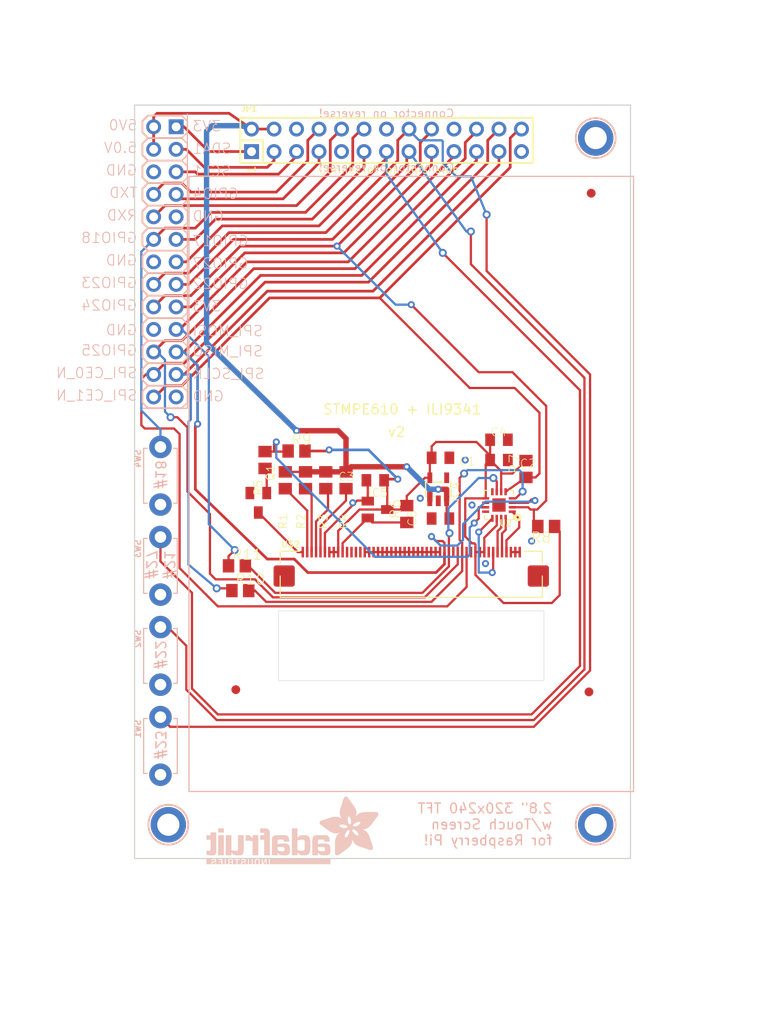
<source format=kicad_pcb>
(kicad_pcb (version 20211014) (generator pcbnew)
  (layers (0 "F.Cu" signal) (1 "In1.Cu" signal) (2 "In2.Cu" signal) (3 "In3.Cu" signal) (4 "In4.Cu" signal) (5 "In5.Cu" signal) (6 "In6.Cu" signal) (7 "In7.Cu" signal) (8 "In8.Cu" signal) (9 "In9.Cu" signal) (10 "In10.Cu" signal) (11 "In11.Cu" signal) (12 "In12.Cu" signal) (13 "In13.Cu" signal) (14 "In14.Cu" signal) (31 "B.Cu" signal) (34 "B.Paste" user) (35 "F.Paste" user) (36 "B.SilkS" user "B.Silkscreen") (37 "F.SilkS" user "F.Silkscreen") (38 "B.Mask" user) (39 "F.Mask" user) (44 "Edge.Cuts" user))
  (net 0 "")
  (net 1 "GND")
  (net 2 "VCC")
  (net 3 "N$16")
  (net 4 "+5V")
  (net 5 "MISO")
  (net 6 "N$9")
  (net 7 "N$1")
  (net 8 "N$2")
  (net 9 "N$3")
  (net 10 "N$4")
  (net 11 "N$10")
  (net 12 "MOSI_3V")
  (net 13 "TFT_DC_3V")
  (net 14 "SCLK_3V")
  (net 15 "TFT_CS_3V")
  (net 16 "TFT_RST")
  (net 17 "XL")
  (net 18 "XR")
  (net 19 "YU")
  (net 20 "YD")
  (net 21 "RT_CS_3V")
  (net 22 "N$5")
  (net 23 "RT_INT")
  (net 24 "3.3V")
  (net 25 "N$6")
  (net 26 "N$7")
  (net 27 "N$8")
  (net 28 "N$11")
  (net 29 "N$17")
  (net 30 "N$18")
  (net 31 "SCLK")
  (net 32 "MOSI")
  (net 33 "GPIO23")
  (net 34 "GPIO22")
  (net 35 "GPIO21")
  (net 36 "GPIO18")
  (net 37 "3.3V@2")
  (footprint "boardEagle:C0805K" (layer "F.Cu") (at 161.6491 100.2596)
    (fp_text reference "C4")
    (fp_text value "0.1uF")
  )
  (footprint "boardEagle:C0805K" (layer "F.Cu") (at 155.0451 109.1496 180)
    (fp_text reference "C5")
    (fp_text value "10uF")
  )
  (footprint "boardEagle:QFN16_3MM" (layer "F.Cu") (at 161.6491 107.6256 180)
    (fp_text reference "U2")
    (fp_text value "STMPE610")
  )
  (footprint "boardEagle:R0805" (layer "F.Cu") (at 139.8051 104.8316 -90)
    (fp_text reference "R2")
    (fp_text value "100")
  )
  (footprint "boardEagle:2X13" (layer "F.Cu") (at 148.9491 66.4776)
    (fp_text reference "JP1")
    (fp_text value "")
  )
  (footprint "boardEagle:R0805" (layer "F.Cu") (at 151.2351 108.6416 90)
    (fp_text reference "R6")
    (fp_text value "10K")
  )
  (footprint "boardEagle:R0805" (layer "F.Cu") (at 144.3771 104.8316 -90)
    (fp_text reference "R4")
    (fp_text value "100")
  )
  (footprint "boardEagle:SOT23-BEC" (layer "F.Cu") (at 134.4711 107.3716 180)
    (fp_text reference "Q1")
    (fp_text value "MMBT2222")
  )
  (footprint "boardEagle:R0805" (layer "F.Cu") (at 137.5191 104.8316 -90)
    (fp_text reference "R1")
    (fp_text value "100")
  )
  (footprint "boardEagle:FIDUCIAL_1MM" (layer "F.Cu") (at 131.9311 128.4536 180)
    (fp_text reference "U$11" hide)
    (fp_text value "FIDUCIAL" hide)
  )
  (footprint "boardEagle:C0805K" (layer "F.Cu") (at 155.0451 102.2916)
    (fp_text reference "C1")
    (fp_text value "10uF")
  )
  (footprint "boardEagle:SOT23" (layer "F.Cu") (at 147.9331 108.1336 -90)
    (fp_text reference "IC5")
    (fp_text value "AXP803")
  )
  (footprint "boardEagle:R0805" (layer "F.Cu") (at 132.0581 114.4836)
    (fp_text reference "R11")
    (fp_text value "22")
  )
  (footprint "boardEagle:R0805" (layer "F.Cu") (at 132.4391 117.2776)
    (fp_text reference "R10")
    (fp_text value "22")
  )
  (footprint "boardEagle:SOT23-5L" (layer "F.Cu") (at 154.7911 105.8476)
    (fp_text reference "IC4")
    (fp_text value "MIC5225-3.3")
  )
  (footprint "boardEagle:FIDUCIAL_1MM" (layer "F.Cu") (at 172.0631 72.4466)
    (fp_text reference "U$18" hide)
    (fp_text value "FIDUCIAL" hide)
  )
  (footprint "boardEagle:C0805K" (layer "F.Cu") (at 147.6791 104.8316 180)
    (fp_text reference "C3")
    (fp_text value "0.1uF")
  )
  (footprint "boardEagle:R0805" (layer "F.Cu") (at 166.9831 110.0386 180)
    (fp_text reference "R8")
    (fp_text value "10K")
  )
  (footprint "boardEagle:FIDUCIAL_1MM" (layer "F.Cu") (at 171.8091 128.7076 90)
    (fp_text reference "U$10" hide)
    (fp_text value "FIDUCIAL" hide)
  )
  (footprint "boardEagle:R0805" (layer "F.Cu") (at 138.7891 101.5296)
    (fp_text reference "R9")
    (fp_text value "1K")
  )
  (footprint "boardEagle:C0805K" (layer "F.Cu") (at 161.6491 102.5456)
    (fp_text reference "C2")
    (fp_text value "0.1uF")
  )
  (footprint "boardEagle:R0805" (layer "F.Cu") (at 164.6971 103.5616 90)
    (fp_text reference "R7")
    (fp_text value "10K")
  )
  (footprint "boardEagle:R0805" (layer "F.Cu") (at 135.2331 102.5456 -90)
    (fp_text reference "R5")
    (fp_text value "1K")
  )
  (footprint "boardEagle:R0805" (layer "F.Cu") (at 142.0911 104.8316 -90)
    (fp_text reference "R3")
    (fp_text value "100")
  )
  (footprint "boardEagle:TFT_2.83IN_240X320_50PIN" (layer "B.Cu") (at 151.7431 102.5456 180)
    (fp_text reference "U$2")
    (fp_text value "DISP_LCD_1.28IN_240X320_50PIN")
  )
  (footprint "boardEagle:TACT_PANA-EVQ" (layer "B.Cu") (at 123.4221 104.3236 -90)
    (fp_text reference "SW4")
    (fp_text value "")
  )
  (footprint "boardEagle:MOUNTINGHOLE_2.5_PLATED_THICK" (layer "B.Cu") (at 124.3111 143.6936 90)
    (fp_text reference "U$15" hide)
    (fp_text value "MOUNTINGHOLE2.5_THICK" hide)
  )
  (footprint "boardEagle:MOUNTINGHOLE_2.5_PLATED_THICK" (layer "B.Cu") (at 172.5711 143.6936 180)
    (fp_text reference "U$17" hide)
    (fp_text value "MOUNTINGHOLE2.5_THICK" hide)
  )
  (footprint "boardEagle:TACT_PANA-EVQ" (layer "B.Cu") (at 123.4221 114.4836 -90)
    (fp_text reference "SW3")
    (fp_text value "")
  )
  (footprint "boardEagle:RASPBERRYPIV2_SHIELD" (layer "B.Cu") (at 120.5011 147.5036 180)
    (fp_text reference "U$3" hide)
    (fp_text value "RASPBERRYPI_B_MODELB_V2" hide)
    (fp_line (start 0 0) (end -56 0) (layer "Edge.Cuts") (width 0.127))
    (fp_line (start 0 85) (end 0 0) (layer "Edge.Cuts") (width 0.127))
    (fp_line (start -56 85) (end 0 85) (layer "Edge.Cuts") (width 0.127))
    (fp_line (start -56 0) (end -56 85) (layer "Edge.Cuts") (width 0.127))
  )
  (footprint "boardEagle:ADAFRUIT_TEXT_20MM" (layer "B.Cu") (at 148.1871 148.1386 180)
    (fp_text reference "U$23" hide)
    (fp_text value "" hide)
  )
  (footprint "boardEagle:TACT_PANA-EVQ" (layer "B.Cu") (at 123.4221 124.6436 -90)
    (fp_text reference "SW2")
    (fp_text value "")
  )
  (footprint "boardEagle:TACT_PANA-EVQ" (layer "B.Cu") (at 123.4221 134.8036 -90)
    (fp_text reference "SW1")
    (fp_text value "")
  )
  (footprint "boardEagle:MOUNTINGHOLE_2.5_PLATED_THICK" (layer "B.Cu") (at 172.5711 66.2236 90)
    (fp_text reference "U$16" hide)
    (fp_text value "MOUNTINGHOLE2.5_THICK" hide)
  )
  (gr_line (start 136.7571 119.5636) (end 136.7571 127.4376) (layer "Edge.Cuts") (width 0.05))
  (gr_line (start 166.7291 119.5636) (end 136.7571 119.5636) (layer "Edge.Cuts") (width 0.05))
  (gr_line (start 136.7571 127.4376) (end 166.7291 127.4376) (layer "Edge.Cuts") (width 0.05))
  (gr_line (start 166.7291 127.4376) (end 166.7291 119.5636) (layer "Edge.Cuts") (width 0.05))
  (gr_text "#18" (at 123.4221 104.1966 -90) (layer "B.SilkS") (effects (font (size 1.1176 1.1176) (thickness 0.1524)) (justify mirror)))
  (gr_text "2.8\" 320x240 TFT\nw/Touch Screen\nfor Raspberry Pi!" (at 167.7451 146.1066) (layer "B.SilkS") (effects (font (size 1.1176 1.1176) (thickness 0.1524)) (justify left bottom mirror)))
  (gr_text "#27" (at 122.4061 114.3566 -90) (layer "B.SilkS") (effects (font (size 1.1176 1.1176) (thickness 0.1524)) (justify mirror)))
  (gr_text "#23" (at 123.4221 134.6766 -90) (layer "B.SilkS") (effects (font (size 1.1176 1.1176) (thickness 0.1524)) (justify mirror)))
  (gr_text "Connector on reverse!" (at 148.9491 63.4296) (layer "B.SilkS") (effects (font (size 0.9144 0.9144) (thickness 0.1016)) (justify mirror)))
  (gr_text "#22" (at 123.4221 124.5166 -90) (layer "B.SilkS") (effects (font (size 1.1176 1.1176) (thickness 0.1524)) (justify mirror)))
  (gr_text "Connector on reverse!" (at 148.9491 69.5256) (layer "B.SilkS") (effects (font (size 0.9144 0.9144) (thickness 0.1016)) (justify mirror)))
  (gr_text "#21" (at 124.4381 114.3566 -90) (layer "B.SilkS") (effects (font (size 1.1176 1.1176) (thickness 0.1524)) (justify mirror)))
  (gr_text "STMPE610 + ILI9341" (at 150.7271 96.8306) (layer "F.SilkS") (effects (font (size 1.1176 1.1176) (thickness 0.1524))))
  (gr_text "Connector on this side" (at 149.2031 69.7796) (layer "F.SilkS") (effects (font (size 0.9144 0.9144) (thickness 0.1016))))
  (gr_text "v2" (at 150.0921 99.3706) (layer "F.SilkS") (effects (font (size 1.1176 1.1176) (thickness 0.1524))))
  (gr_text "1" (at 134.2171 70.2876 90) (layer "F.SilkS") (effects (font (size 0.89408 0.89408) (thickness 0.12192)) (justify left bottom)))
  (segment (start 146.8331 107.1836) (end 146.8331 104.8316) (width 0.254) (layer "F.Cu") (net 1))
  (segment (start 141.9931 110.7716) (end 145.6471 107.1176) (width 0.254) (layer "F.Cu") (net 1))
  (segment (start 163.4931 112.9356) (end 162.9931 112.9356) (width 0.254) (layer "F.Cu") (net 1))
  (segment (start 141.9931 112.9356) (end 141.9931 110.7716) (width 0.254) (layer "F.Cu") (net 1))
  (segment (start 163.4931 112.9356) (end 163.9931 112.9356) (width 0.254) (layer "F.Cu") (net 1))
  (segment (start 146.8331 104.8316) (end 146.6791 104.8316) (width 0.254) (layer "F.Cu") (net 1))
  (segment (start 146.7671 107.1176) (end 146.8331 107.1836) (width 0.254) (layer "F.Cu") (net 1))
  (segment (start 145.6471 107.1176) (end 146.7671 107.1176) (width 0.254) (layer "F.Cu") (net 1))
  (via (at 160.1251 114.2296) (size 0.8001) (drill 0.3937) (layers "F.Cu" "B.Cu") (net 1))
  (via (at 158.6011 107.6256) (size 0.8001) (drill 0.3937) (layers "F.Cu" "B.Cu") (net 1))
  (via (at 145.1391 107.3716) (size 0.8001) (drill 0.3937) (layers "F.Cu" "B.Cu") (net 1))
  (via (at 157.8391 102.5456) (size 0.8001) (drill 0.3937) (layers "F.Cu" "B.Cu") (net 1))
  (via (at 152.7591 106.8636) (size 0.8001) (drill 0.3937) (layers "F.Cu" "B.Cu") (net 1))
  (via (at 165.3321 111.6896) (size 0.8001) (drill 0.3937) (layers "F.Cu" "B.Cu") (net 1))
  (segment (start 160.6491 100.2596) (end 160.6491 102.5456) (width 0.254) (layer "F.Cu") (net 2))
  (segment (start 160.6491 102.0536) (end 160.6491 102.5456) (width 0.254) (layer "F.Cu") (net 2))
  (segment (start 167.9331 110.0386) (end 168.5071 110.6126) (width 0.254) (layer "F.Cu") (net 2))
  (segment (start 158.9931 115.5106) (end 158.9931 112.9356) (width 0.254) (layer "F.Cu") (net 2))
  (segment (start 149.0331 104.8316) (end 148.6791 104.8316) (width 0.254) (layer "F.Cu") (net 2))
  (segment (start 153.8411 104.5476) (end 153.2971 104.5476) (width 0.254) (layer "F.Cu") (net 2))
  (segment (start 145.9011 108.1336) (end 149.0331 108.1336) (width 0.254) (layer "F.Cu") (net 2))
  (segment (start 154.0451 102.2916) (end 154.0451 101.0056) (width 0.254) (layer "F.Cu") (net 2))
  (segment (start 139.7391 101.5296) (end 142.3451 101.5296) (width 0.3048) (layer "F.Cu") (net 2))
  (segment (start 161.3951 109.9116) (end 161.3951 109.1296) (width 0.254) (layer "F.Cu") (net 2))
  (segment (start 159.9931 111.3136) (end 161.3951 109.9116) (width 0.254) (layer "F.Cu") (net 2))
  (segment (start 159.1091 100.5136) (end 160.6491 102.0536) (width 0.254) (layer "F.Cu") (net 2))
  (segment (start 164.6971 102.6116) (end 164.6311 102.6116) (width 0.254) (layer "F.Cu") (net 2))
  (segment (start 168.5071 110.6126) (end 168.5071 117.7856) (width 0.254) (layer "F.Cu") (net 2))
  (segment (start 158.6011 111.9436) (end 158.8551 111.9436) (width 0.254) (layer "F.Cu") (net 2))
  (segment (start 150.2191 104.7046) (end 148.8061 104.7046) (width 0.3048) (layer "F.Cu") (net 2))
  (segment (start 168.5071 117.7856) (end 167.6181 118.6746) (width 0.254) (layer "F.Cu") (net 2))
  (segment (start 163.1731 104.0696) (end 161.8991 104.0696) (width 0.254) (layer "F.Cu") (net 2))
  (segment (start 159.9931 112.9356) (end 159.9931 111.3136) (width 0.254) (layer "F.Cu") (net 2))
  (segment (start 154.5371 100.5136) (end 159.1091 100.5136) (width 0.254) (layer "F.Cu") (net 2))
  (segment (start 158.8551 111.9436) (end 158.9931 112.0816) (width 0.254) (layer "F.Cu") (net 2))
  (segment (start 159.9931 112.9356) (end 159.4931 112.9356) (width 0.254) (layer "F.Cu") (net 2))
  (segment (start 161.8991 106.1256) (end 161.8991 104.0696) (width 0.254) (layer "F.Cu") (net 2))
  (segment (start 157.8391 106.8756) (end 157.8391 111.1816) (width 0.254) (layer "F.Cu") (net 2))
  (segment (start 161.8991 103.7956) (end 160.6491 102.5456) (width 0.254) (layer "F.Cu") (net 2))
  (segment (start 154.0451 101.0056) (end 154.5371 100.5136) (width 0.254) (layer "F.Cu") (net 2))
  (segment (start 158.9931 112.9356) (end 159.4931 112.9356) (width 0.254) (layer "F.Cu") (net 2))
  (segment (start 153.2971 104.5476) (end 151.2351 106.6096) (width 0.254) (layer "F.Cu") (net 2))
  (segment (start 157.8391 111.1816) (end 158.6011 111.9436) (width 0.254) (layer "F.Cu") (net 2))
  (segment (start 162.1571 118.6746) (end 158.9931 115.5106) (width 0.254) (layer "F.Cu") (net 2))
  (segment (start 167.6181 118.6746) (end 162.1571 118.6746) (width 0.254) (layer "F.Cu") (net 2))
  (segment (start 153.8411 102.4956) (end 154.0451 102.2916) (width 0.254) (layer "F.Cu") (net 2))
  (segment (start 143.4931 110.5416) (end 145.9011 108.1336) (width 0.254) (layer "F.Cu") (net 2))
  (segment (start 160.1491 106.8756) (end 157.8391 106.8756) (width 0.254) (layer "F.Cu") (net 2))
  (segment (start 148.8061 104.7046) (end 148.6791 104.8316) (width 0.3048) (layer "F.Cu") (net 2))
  (segment (start 151.2351 106.6096) (end 151.2351 107.6916) (width 0.254) (layer "F.Cu") (net 2))
  (segment (start 161.8991 104.0696) (end 161.8991 103.7956) (width 0.254) (layer "F.Cu") (net 2))
  (segment (start 142.3451 101.5296) (end 142.4721 101.4026) (width 0.3048) (layer "F.Cu") (net 2))
  (segment (start 149.0331 108.1336) (end 149.0331 104.8316) (width 0.254) (layer "F.Cu") (net 2))
  (segment (start 161.3951 109.1296) (end 161.3991 109.1256) (width 0.254) (layer "F.Cu") (net 2))
  (segment (start 143.4931 112.9356) (end 143.4931 110.5416) (width 0.254) (layer "F.Cu") (net 2))
  (segment (start 160.1491 103.0456) (end 160.6491 102.5456) (width 0.254) (layer "F.Cu") (net 2))
  (segment (start 151.2351 107.6916) (end 150.7931 108.1336) (width 0.254) (layer "F.Cu") (net 2))
  (segment (start 142.4931 112.9356) (end 142.9931 112.9356) (width 0.254) (layer "F.Cu") (net 2))
  (segment (start 153.8411 104.5476) (end 153.8411 102.4956) (width 0.254) (layer "F.Cu") (net 2))
  (segment (start 164.6311 102.6116) (end 163.1731 104.0696) (width 0.254) (layer "F.Cu") (net 2))
  (segment (start 158.9931 112.0816) (end 158.9931 112.9356) (width 0.254) (layer "F.Cu") (net 2))
  (segment (start 160.1491 106.8756) (end 160.1491 103.0456) (width 0.254) (layer "F.Cu") (net 2))
  (segment (start 150.7931 108.1336) (end 149.0331 108.1336) (width 0.254) (layer "F.Cu") (net 2))
  (segment (start 142.9931 112.9356) (end 143.4931 112.9356) (width 0.254) (layer "F.Cu") (net 2))
  (via (at 150.2191 104.7046) (size 0.8001) (drill 0.3937) (layers "F.Cu" "B.Cu") (net 2))
  (via (at 142.4721 101.4026) (size 0.8001) (drill 0.3937) (layers "F.Cu" "B.Cu") (net 2))
  (segment (start 146.9171 101.4026) (end 150.2191 104.7046) (width 0.3048) (layer "B.Cu") (net 2))
  (segment (start 142.4721 101.4026) (end 146.9171 101.4026) (width 0.3048) (layer "B.Cu") (net 2))
  (segment (start 135.4211 103.6836) (end 135.2331 103.4956) (width 0.254) (layer "F.Cu") (net 3))
  (segment (start 135.4211 106.2716) (end 135.4211 103.6836) (width 0.254) (layer "F.Cu") (net 3))
  (segment (start 153.8411 107.1476) (end 153.8411 105.8476) (width 0.6096) (layer "F.Cu") (net 4))
  (segment (start 153.8411 105.8476) (end 154.7911 105.8476) (width 0.6096) (layer "F.Cu") (net 4))
  (segment (start 123.0411 63.4296) (end 131.1691 63.4296) (width 0.3048) (layer "F.Cu") (net 4))
  (segment (start 156.0451 109.1496) (end 155.7411 108.8456) (width 0.254) (layer "F.Cu") (net 4))
  (segment (start 139.8051 103.8816) (end 142.0911 103.8816) (width 0.6096) (layer "F.Cu") (net 4))
  (segment (start 122.6531 67.4936) (end 122.6531 63.8176) (width 0.3048) (layer "F.Cu") (net 4))
  (segment (start 137.5191 103.8816) (end 139.8051 103.8816) (width 0.254) (layer "F.Cu") (net 4))
  (segment (start 139.7391 103.8156) (end 139.8051 103.8816) (width 0.254) (layer "F.Cu") (net 4))
  (segment (start 155.7411 105.8476) (end 155.7411 107.1476) (width 0.6096) (layer "F.Cu") (net 4))
  (segment (start 144.3771 100.1326) (end 144.3771 103.8816) (width 0.6096) (layer "F.Cu") (net 4))
  (segment (start 143.4881 99.2436) (end 144.3771 100.1326) (width 0.6096) (layer "F.Cu") (net 4))
  (segment (start 131.1691 63.4296) (end 133.7091 65.2076) (width 0.3048) (layer "F.Cu") (net 4))
  (segment (start 142.0911 103.8816) (end 144.3771 103.8816) (width 0.6096) (layer "F.Cu") (net 4))
  (segment (start 155.7411 108.8456) (end 155.7411 107.1476) (width 0.254) (layer "F.Cu") (net 4))
  (segment (start 154.7911 105.8476) (end 155.7411 105.8476) (width 0.6096) (layer "F.Cu") (net 4))
  (segment (start 133.7091 65.2076) (end 136.2491 65.2076) (width 0.3048) (layer "F.Cu") (net 4))
  (segment (start 138.7891 99.2436) (end 143.4881 99.2436) (width 0.6096) (layer "F.Cu") (net 4))
  (segment (start 144.9511 103.3076) (end 151.2351 103.3076) (width 0.6096) (layer "F.Cu") (net 4))
  (segment (start 122.6531 63.8176) (end 123.0411 63.4296) (width 0.3048) (layer "F.Cu") (net 4))
  (segment (start 144.3771 103.8816) (end 144.9511 103.3076) (width 0.6096) (layer "F.Cu") (net 4))
  (segment (start 122.6531 64.9536) (end 122.6531 67.4936) (width 0.3048) (layer "F.Cu") (net 4))
  (via (at 154.7911 105.8476) (size 0.8001) (drill 0.3937) (layers "F.Cu" "B.Cu") (net 4))
  (via (at 138.7891 99.2436) (size 0.8001) (drill 0.3937) (layers "F.Cu" "B.Cu") (net 4))
  (via (at 151.2351 103.3076) (size 0.8001) (drill 0.3937) (layers "F.Cu" "B.Cu") (net 4))
  (segment (start 129.2641 64.8266) (end 132.5661 64.8266) (width 0.6096) (layer "B.Cu") (net 4))
  (segment (start 128.6291 89.3376) (end 128.6291 65.4616) (width 0.6096) (layer "B.Cu") (net 4))
  (segment (start 128.6291 65.4616) (end 129.2641 64.8266) (width 0.6096) (layer "B.Cu") (net 4))
  (segment (start 132.5661 64.8266) (end 133.7091 65.2076) (width 0.6096) (layer "B.Cu") (net 4))
  (segment (start 153.7751 105.8476) (end 154.7911 105.8476) (width 0.6096) (layer "B.Cu") (net 4))
  (segment (start 151.2351 103.3076) (end 153.7751 105.8476) (width 0.6096) (layer "B.Cu") (net 4))
  (segment (start 138.7891 99.2436) (end 128.6291 89.3376) (width 0.6096) (layer "B.Cu") (net 4))
  (segment (start 155.4931 111.8836) (end 155.2991 111.6896) (width 0.254) (layer "F.Cu") (net 5))
  (segment (start 155.2991 111.6896) (end 154.5371 111.6896) (width 0.254) (layer "F.Cu") (net 5))
  (segment (start 126.0891 90.3536) (end 134.7251 81.7176) (width 0.3048) (layer "F.Cu") (net 5))
  (segment (start 165.7131 107.1176) (end 165.3321 106.9906) (width 0.254) (layer "F.Cu") (net 5))
  (segment (start 125.1931 90.3536) (end 126.0891 90.3536) (width 0.3048) (layer "F.Cu") (net 5))
  (segment (start 155.4931 112.9356) (end 155.4931 111.8836) (width 0.254) (layer "F.Cu") (net 5))
  (segment (start 135.4871 113.7216) (end 127.3591 105.8476) (width 0.3048) (layer "F.Cu") (net 5))
  (segment (start 155.4931 114.2896) (end 154.5371 115.2456) (width 0.3048) (layer "F.Cu") (net 5))
  (segment (start 146.1551 81.7176) (end 159.1091 68.7636) (width 0.3048) (layer "F.Cu") (net 5))
  (segment (start 127.3591 105.8476) (end 127.3591 98.7356) (width 0.3048) (layer "F.Cu") (net 5))
  (segment (start 154.5371 115.2456) (end 140.0591 115.2456) (width 0.3048) (layer "F.Cu") (net 5))
  (segment (start 138.5351 113.7216) (end 135.4871 113.7216) (width 0.3048) (layer "F.Cu") (net 5))
  (segment (start 163.1491 107.3756) (end 164.9471 107.3756) (width 0.254) (layer "F.Cu") (net 5))
  (segment (start 140.0591 115.2456) (end 138.5351 113.7216) (width 0.3048) (layer "F.Cu") (net 5))
  (segment (start 164.9471 107.3756) (end 165.3321 106.9906) (width 0.254) (layer "F.Cu") (net 5))
  (segment (start 134.7251 81.7176) (end 146.1551 81.7176) (width 0.3048) (layer "F.Cu") (net 5))
  (segment (start 154.5371 111.6896) (end 154.0291 111.1816) (width 0.254) (layer "F.Cu") (net 5))
  (segment (start 127.3591 98.7356) (end 127.6131 98.4816) (width 0.3048) (layer "F.Cu") (net 5))
  (segment (start 159.1091 68.7636) (end 159.1091 67.7476) (width 0.3048) (layer "F.Cu") (net 5))
  (segment (start 155.4931 112.9356) (end 155.4931 114.2896) (width 0.3048) (layer "F.Cu") (net 5))
  (via (at 165.7131 107.1176) (size 0.8001) (drill 0.3937) (layers "F.Cu" "B.Cu") (net 5))
  (via (at 154.0291 111.1816) (size 0.8001) (drill 0.3937) (layers "F.Cu" "B.Cu") (net 5))
  (via (at 127.6131 98.4816) (size 0.8001) (drill 0.3937) (layers "F.Cu" "B.Cu") (net 5))
  (segment (start 157.5851 109.7846) (end 160.1251 107.2446) (width 0.254) (layer "B.Cu") (net 5))
  (segment (start 154.0291 111.1816) (end 155.0451 112.1976) (width 0.254) (layer "B.Cu") (net 5))
  (segment (start 156.9501 112.1976) (end 157.5851 111.5626) (width 0.254) (layer "B.Cu") (net 5))
  (segment (start 127.6131 91.8776) (end 126.0891 90.3536) (width 0.3048) (layer "B.Cu") (net 5))
  (segment (start 126.0891 90.3536) (end 125.1931 90.3536) (width 0.3048) (layer "B.Cu") (net 5))
  (segment (start 165.5861 107.2446) (end 165.7131 107.1176) (width 0.254) (layer "B.Cu") (net 5))
  (segment (start 155.0451 112.1976) (end 156.9501 112.1976) (width 0.254) (layer "B.Cu") (net 5))
  (segment (start 160.1251 107.2446) (end 165.5861 107.2446) (width 0.254) (layer "B.Cu") (net 5))
  (segment (start 157.5851 111.5626) (end 157.5851 109.7846) (width 0.254) (layer "B.Cu") (net 5))
  (segment (start 127.6131 98.4816) (end 127.6131 91.8776) (width 0.3048) (layer "B.Cu") (net 5))
  (segment (start 152.9931 112.9356) (end 152.4931 112.9356) (width 0.254) (layer "F.Cu") (net 6))
  (segment (start 154.4931 112.9356) (end 153.9931 112.9356) (width 0.254) (layer "F.Cu") (net 6))
  (segment (start 154.9931 112.9356) (end 154.4931 112.9356) (width 0.254) (layer "F.Cu") (net 6))
  (segment (start 150.9931 112.9356) (end 151.4931 112.9356) (width 0.254) (layer "F.Cu") (net 6))
  (segment (start 151.9931 112.9356) (end 152.4931 112.9356) (width 0.254) (layer "F.Cu") (net 6))
  (segment (start 146.9931 112.9356) (end 147.4931 112.9356) (width 0.254) (layer "F.Cu") (net 6))
  (segment (start 149.9931 112.9356) (end 150.4931 112.9356) (width 0.254) (layer "F.Cu") (net 6))
  (segment (start 151.4931 112.9356) (end 151.9931 112.9356) (width 0.254) (layer "F.Cu") (net 6))
  (segment (start 149.4931 112.9356) (end 149.9931 112.9356) (width 0.254) (layer "F.Cu") (net 6))
  (segment (start 150.4931 112.9356) (end 150.9931 112.9356) (width 0.254) (layer "F.Cu") (net 6))
  (segment (start 153.4931 112.9356) (end 152.9931 112.9356) (width 0.254) (layer "F.Cu") (net 6))
  (segment (start 153.9931 112.9356) (end 153.4931 112.9356) (width 0.254) (layer "F.Cu") (net 6))
  (segment (start 147.4931 112.9356) (end 147.9931 112.9356) (width 0.254) (layer "F.Cu") (net 6))
  (segment (start 146.4931 112.9356) (end 146.9931 112.9356) (width 0.254) (layer "F.Cu") (net 6))
  (segment (start 148.4931 112.9356) (end 148.9931 112.9356) (width 0.254) (layer "F.Cu") (net 6))
  (segment (start 147.9931 112.9356) (end 148.4931 112.9356) (width 0.254) (layer "F.Cu") (net 6))
  (segment (start 148.9931 112.9356) (end 149.4931 112.9356) (width 0.254) (layer "F.Cu") (net 6))
  (segment (start 139.4931 112.9356) (end 138.9351 112.9356) (width 0.254) (layer "F.Cu") (net 7))
  (segment (start 138.9351 112.9356) (end 134.4711 108.4716) (width 0.254) (layer "F.Cu") (net 7))
  (segment (start 139.9931 112.9356) (end 139.9931 108.2556) (width 0.254) (layer "F.Cu") (net 8))
  (segment (start 139.9931 108.2556) (end 137.5191 105.7816) (width 0.254) (layer "F.Cu") (net 8))
  (segment (start 140.4931 106.4696) (end 139.8051 105.7816) (width 0.254) (layer "F.Cu") (net 9))
  (segment (start 140.4931 112.9356) (end 140.4931 106.4696) (width 0.254) (layer "F.Cu") (net 9))
  (segment (start 142.3451 108.1336) (end 142.3451 106.0356) (width 0.254) (layer "F.Cu") (net 10))
  (segment (start 140.9931 112.9356) (end 140.9931 109.4856) (width 0.254) (layer "F.Cu") (net 10))
  (segment (start 140.9931 109.4856) (end 142.3451 108.1336) (width 0.254) (layer "F.Cu") (net 10))
  (segment (start 142.3451 106.0356) (end 142.0911 105.7816) (width 0.254) (layer "F.Cu") (net 10))
  (segment (start 141.4931 112.9356) (end 141.4931 110.0016) (width 0.254) (layer "F.Cu") (net 11))
  (segment (start 141.4931 110.0016) (end 144.3771 107.1176) (width 0.254) (layer "F.Cu") (net 11))
  (segment (start 144.3771 107.1176) (end 144.3771 105.7816) (width 0.254) (layer "F.Cu") (net 11))
  (segment (start 125.1931 88.2016) (end 133.2011 80.1936) (width 0.3048) (layer "F.Cu") (net 12))
  (segment (start 125.1931 87.8136) (end 125.1931 88.2016) (width 0.3048) (layer "F.Cu") (net 12))
  (segment (start 156.5691 68.2556) (end 156.5691 67.7476) (width 0.3048) (layer "F.Cu") (net 12))
  (segment (start 144.6311 80.1936) (end 156.5691 68.2556) (width 0.3048) (layer "F.Cu") (net 12))
  (segment (start 131.1081 114.4836) (end 131.1081 113.4016) (width 0.254) (layer "F.Cu") (net 12))
  (segment (start 133.2011 80.1936) (end 144.6311 80.1936) (width 0.3048) (layer "F.Cu") (net 12))
  (segment (start 131.1081 113.4016) (end 131.8041 112.7056) (width 0.254) (layer "F.Cu") (net 12))
  (via (at 131.8041 112.7056) (size 0.9064) (drill 0.5) (layers "F.Cu" "B.Cu") (net 12))
  (segment (start 128.8831 90.8616) (end 128.8831 109.7846) (width 0.254) (layer "B.Cu") (net 12))
  (segment (start 125.8351 87.8136) (end 125.1931 87.8136) (width 0.254) (layer "B.Cu") (net 12))
  (segment (start 128.8831 109.7846) (end 131.8041 112.7056) (width 0.254) (layer "B.Cu") (net 12))
  (segment (start 128.8831 90.8616) (end 125.8351 87.8136) (width 0.254) (layer "B.Cu") (net 12))
  (segment (start 129.0101 108.6416) (end 126.4701 106.1016) (width 0.254) (layer "F.Cu") (net 13))
  (segment (start 125.8351 89.0836) (end 133.9631 80.9556) (width 0.3048) (layer "F.Cu") (net 13))
  (segment (start 126.4701 106.1016) (end 126.4701 98.8626) (width 0.254) (layer "F.Cu") (net 13))
  (segment (start 122.6531 90.3536) (end 123.9231 89.0836) (width 0.3048) (layer "F.Cu") (net 13))
  (segment (start 145.3931 80.9556) (end 157.8391 68.5096) (width 0.3048) (layer "F.Cu") (net 13))
  (segment (start 125.3271 97.7196) (end 124.5651 97.7196) (width 0.254) (layer "F.Cu") (net 13))
  (segment (start 134.0901 116.0076) (end 129.6451 116.0076) (width 0.254) (layer "F.Cu") (net 13))
  (segment (start 129.6451 116.0076) (end 129.0101 115.3726) (width 0.254) (layer "F.Cu") (net 13))
  (segment (start 156.9931 112.9356) (end 156.9931 114.3136) (width 0.254) (layer "F.Cu") (net 13))
  (segment (start 133.9631 80.9556) (end 145.3931 80.9556) (width 0.3048) (layer "F.Cu") (net 13))
  (segment (start 123.9231 89.0836) (end 125.8351 89.0836) (width 0.3048) (layer "F.Cu") (net 13))
  (segment (start 136.1221 118.0396) (end 134.0901 116.0076) (width 0.254) (layer "F.Cu") (net 13))
  (segment (start 153.2671 118.0396) (end 136.1221 118.0396) (width 0.254) (layer "F.Cu") (net 13))
  (segment (start 157.8391 68.5096) (end 157.8391 66.7316) (width 0.3048) (layer "F.Cu") (net 13))
  (segment (start 157.8391 66.7316) (end 159.1091 65.4616) (width 0.3048) (layer "F.Cu") (net 13))
  (segment (start 159.1091 65.4616) (end 159.1091 65.2076) (width 0.3048) (layer "F.Cu") (net 13))
  (segment (start 129.0101 115.3726) (end 129.0101 108.6416) (width 0.254) (layer "F.Cu") (net 13))
  (segment (start 126.4701 98.8626) (end 125.3271 97.7196) (width 0.254) (layer "F.Cu") (net 13))
  (segment (start 156.9931 114.3136) (end 153.2671 118.0396) (width 0.254) (layer "F.Cu") (net 13))
  (via (at 124.5651 97.7196) (size 0.9064) (drill 0.5) (layers "F.Cu" "B.Cu") (net 13))
  (segment (start 124.5651 97.7196) (end 123.9301 97.0846) (width 0.254) (layer "B.Cu") (net 13))
  (segment (start 123.0411 90.3536) (end 122.6531 90.3536) (width 0.254) (layer "B.Cu") (net 13))
  (segment (start 123.9301 91.2426) (end 123.0411 90.3536) (width 0.254) (layer "B.Cu") (net 13))
  (segment (start 123.9301 97.0846) (end 123.9301 91.2426) (width 0.254) (layer "B.Cu") (net 13))
  (segment (start 125.1931 92.8936) (end 126.0891 92.8936) (width 0.3048) (layer "F.Cu") (net 14))
  (segment (start 147.4251 83.4956) (end 161.6491 69.2716) (width 0.3048) (layer "F.Cu") (net 14))
  (segment (start 161.6491 69.2716) (end 161.6491 67.7476) (width 0.3048) (layer "F.Cu") (net 14))
  (segment (start 135.4871 83.4956) (end 147.4251 83.4956) (width 0.3048) (layer "F.Cu") (net 14))
  (segment (start 126.0891 92.8936) (end 135.4871 83.4956) (width 0.3048) (layer "F.Cu") (net 14))
  (segment (start 131.3621 117.0236) (end 131.4891 117.2776) (width 0.254) (layer "F.Cu") (net 14))
  (segment (start 131.6161 117.0896) (end 131.4891 117.2776) (width 0.254) (layer "F.Cu") (net 14))
  (segment (start 129.7721 117.0236) (end 131.3621 117.0236) (width 0.254) (layer "F.Cu") (net 14))
  (via (at 129.7721 117.0236) (size 0.9064) (drill 0.5) (layers "F.Cu" "B.Cu") (net 14))
  (segment (start 126.5971 114.3566) (end 129.7721 117.0236) (width 0.254) (layer "B.Cu") (net 14))
  (segment (start 126.8511 97.9736) (end 126.5971 98.2276) (width 0.254) (layer "B.Cu") (net 14))
  (segment (start 126.5971 98.2276) (end 126.5971 114.3566) (width 0.254) (layer "B.Cu") (net 14))
  (segment (start 126.8511 97.9736) (end 126.8511 92.8936) (width 0.254) (layer "B.Cu") (net 14))
  (segment (start 126.8511 92.8936) (end 125.1931 92.8936) (width 0.254) (layer "B.Cu") (net 14))
  (segment (start 122.6531 92.8936) (end 123.9231 91.6236) (width 0.3048) (layer "F.Cu") (net 15))
  (segment (start 123.9231 91.6236) (end 126.0891 91.6236) (width 0.3048) (layer "F.Cu") (net 15))
  (segment (start 121.2631 93.4016) (end 121.2631 98.6086) (width 0.254) (layer "F.Cu") (net 15))
  (segment (start 121.2631 98.6086) (end 121.6441 98.9896) (width 0.254) (layer "F.Cu") (net 15))
  (segment (start 121.7711 92.8936) (end 122.6531 92.8936) (width 0.254) (layer "F.Cu") (net 15))
  (segment (start 146.9171 82.4796) (end 160.3791 69.0176) (width 0.3048) (layer "F.Cu") (net 15))
  (segment (start 121.2631 93.4016) (end 121.7711 92.8936) (width 0.254) (layer "F.Cu") (net 15))
  (segment (start 125.5811 99.6246) (end 125.5811 114.7376) (width 0.254) (layer "F.Cu") (net 15))
  (segment (start 157.9931 116.8696) (end 155.8071 119.0556) (width 0.254) (layer "F.Cu") (net 15))
  (segment (start 155.8071 119.0556) (end 129.8991 119.0556) (width 0.254) (layer "F.Cu") (net 15))
  (segment (start 121.6441 98.9896) (end 124.9461 98.9896) (width 0.254) (layer "F.Cu") (net 15))
  (segment (start 125.5811 114.7376) (end 129.8991 119.0556) (width 0.254) (layer "F.Cu") (net 15))
  (segment (start 135.2331 82.4796) (end 146.9171 82.4796) (width 0.3048) (layer "F.Cu") (net 15))
  (segment (start 157.9931 112.9356) (end 157.9931 116.8696) (width 0.254) (layer "F.Cu") (net 15))
  (segment (start 160.3791 66.4776) (end 161.6491 65.2076) (width 0.3048) (layer "F.Cu") (net 15))
  (segment (start 160.3791 69.0176) (end 160.3791 66.4776) (width 0.3048) (layer "F.Cu") (net 15))
  (segment (start 126.0891 91.6236) (end 135.2331 82.4796) (width 0.3048) (layer "F.Cu") (net 15))
  (segment (start 124.9461 98.9896) (end 125.5811 99.6246) (width 0.254) (layer "F.Cu") (net 15))
  (segment (start 143.9931 111.9236) (end 146.8331 109.0836) (width 0.254) (layer "F.Cu") (net 16))
  (segment (start 147.3411 109.5916) (end 151.2351 109.5916) (width 0.254) (layer "F.Cu") (net 16))
  (segment (start 146.8331 109.0836) (end 147.3411 109.5916) (width 0.254) (layer "F.Cu") (net 16))
  (segment (start 143.9931 112.9356) (end 143.9931 111.9236) (width 0.254) (layer "F.Cu") (net 16))
  (segment (start 161.9931 110.8376) (end 162.4111 110.4196) (width 0.254) (layer "F.Cu") (net 17))
  (segment (start 162.4111 110.4196) (end 162.4111 109.1376) (width 0.254) (layer "F.Cu") (net 17))
  (segment (start 161.9931 112.9356) (end 161.9931 110.8376) (width 0.254) (layer "F.Cu") (net 17))
  (segment (start 162.4111 109.1376) (end 162.3991 109.1256) (width 0.254) (layer "F.Cu") (net 17))
  (segment (start 160.9931 115.1396) (end 160.9931 112.9356) (width 0.254) (layer "F.Cu") (net 18))
  (segment (start 160.8991 109.1256) (end 160.6571 109.3796) (width 0.254) (layer "F.Cu") (net 18))
  (segment (start 160.6571 109.3796) (end 159.3631 110.6736) (width 0.254) (layer "F.Cu") (net 18))
  (segment (start 160.8871 115.2456) (end 160.9931 115.1396) (width 0.254) (layer "F.Cu") (net 18))
  (via (at 160.8871 115.2456) (size 0.8001) (drill 0.3937) (layers "F.Cu" "B.Cu") (net 18))
  (via (at 159.3631 110.6736) (size 0.8001) (drill 0.3937) (layers "F.Cu" "B.Cu") (net 18))
  (segment (start 159.3631 115.2456) (end 160.8871 115.2456) (width 0.254) (layer "B.Cu") (net 18))
  (segment (start 159.3631 110.6736) (end 159.3631 115.2456) (width 0.254) (layer "B.Cu") (net 18))
  (segment (start 162.4931 112.9356) (end 162.4931 111.6076) (width 0.254) (layer "F.Cu") (net 19))
  (segment (start 162.4931 111.6076) (end 163.9351 110.1656) (width 0.254) (layer "F.Cu") (net 19))
  (segment (start 163.9351 110.1656) (end 163.9351 109.1616) (width 0.254) (layer "F.Cu") (net 19))
  (segment (start 163.9351 109.1616) (end 163.1491 108.3756) (width 0.254) (layer "F.Cu") (net 19))
  (segment (start 161.4931 110.5756) (end 161.9031 110.1656) (width 0.254) (layer "F.Cu") (net 20))
  (segment (start 161.9031 109.1296) (end 161.8991 109.1256) (width 0.254) (layer "F.Cu") (net 20))
  (segment (start 161.4931 112.9356) (end 161.4931 110.5756) (width 0.254) (layer "F.Cu") (net 20))
  (segment (start 161.9031 110.1656) (end 161.9031 109.1296) (width 0.254) (layer "F.Cu") (net 20))
  (segment (start 164.6971 104.5116) (end 165.7791 104.5116) (width 0.254) (layer "F.Cu") (net 21))
  (segment (start 122.6531 95.4336) (end 122.7871 95.4336) (width 0.3048) (layer "F.Cu") (net 21))
  (segment (start 166.2211 97.2116) (end 163.4271 94.4176) (width 0.254) (layer "F.Cu") (net 21))
  (segment (start 164.6971 104.5116) (end 162.3991 106.1256) (width 0.254) (layer "F.Cu") (net 21))
  (segment (start 148.1871 84.2576) (end 162.9191 69.5256) (width 0.3048) (layer "F.Cu") (net 21))
  (segment (start 124.0571 94.1636) (end 125.8351 94.1636) (width 0.3048) (layer "F.Cu") (net 21))
  (segment (start 135.7411 84.2576) (end 148.1871 84.2576) (width 0.3048) (layer "F.Cu") (net 21))
  (segment (start 165.7791 104.5116) (end 166.2211 104.0696) (width 0.254) (layer "F.Cu") (net 21))
  (segment (start 163.4271 94.4176) (end 158.3471 94.4176) (width 0.254) (layer "F.Cu") (net 21))
  (segment (start 122.7871 95.4336) (end 124.0571 94.1636) (width 0.3048) (layer "F.Cu") (net 21))
  (segment (start 125.8351 94.1636) (end 135.7411 84.2576) (width 0.3048) (layer "F.Cu") (net 21))
  (segment (start 166.2211 104.0696) (end 166.2211 97.2116) (width 0.254) (layer "F.Cu") (net 21))
  (segment (start 163.9351 65.2076) (end 164.1891 65.2076) (width 0.3048) (layer "F.Cu") (net 21))
  (segment (start 158.3471 94.4176) (end 148.1871 84.2576) (width 0.254) (layer "F.Cu") (net 21))
  (segment (start 162.9191 66.2236) (end 163.9351 65.2076) (width 0.3048) (layer "F.Cu") (net 21))
  (segment (start 162.9191 69.5256) (end 162.9191 66.2236) (width 0.3048) (layer "F.Cu") (net 21))
  (segment (start 135.2331 101.5956) (end 136.2491 101.5956) (width 0.254) (layer "F.Cu") (net 22))
  (segment (start 160.1491 107.8756) (end 159.3631 107.8756) (width 0.254) (layer "F.Cu") (net 22))
  (segment (start 137.7731 101.5956) (end 137.8391 101.5296) (width 0.254) (layer "F.Cu") (net 22))
  (segment (start 159.3631 107.8756) (end 159.3631 109.1496) (width 0.254) (layer "F.Cu") (net 22))
  (segment (start 159.3631 109.1496) (end 158.8551 109.6576) (width 0.254) (layer "F.Cu") (net 22))
  (segment (start 136.2491 101.5956) (end 137.7731 101.5956) (width 0.254) (layer "F.Cu") (net 22))
  (segment (start 136.5031 100.5136) (end 136.2491 100.7676) (width 0.254) (layer "F.Cu") (net 22))
  (segment (start 136.2491 100.7676) (end 136.2491 101.5956) (width 0.254) (layer "F.Cu") (net 22))
  (via (at 136.5031 100.5136) (size 0.8001) (drill 0.3937) (layers "F.Cu" "B.Cu") (net 22))
  (via (at 158.8551 109.6576) (size 0.8001) (drill 0.3937) (layers "F.Cu" "B.Cu") (net 22))
  (segment (start 158.3471 110.1656) (end 158.3471 113.2136) (width 0.254) (layer "B.Cu") (net 22))
  (segment (start 147.6791 113.4676) (end 136.5031 102.2916) (width 0.254) (layer "B.Cu") (net 22))
  (segment (start 136.5031 102.2916) (end 136.5031 100.5136) (width 0.254) (layer "B.Cu") (net 22))
  (segment (start 158.0931 113.4676) (end 147.6791 113.4676) (width 0.254) (layer "B.Cu") (net 22))
  (segment (start 158.3471 113.2136) (end 158.0931 113.4676) (width 0.254) (layer "B.Cu") (net 22))
  (segment (start 158.8551 109.6576) (end 158.3471 110.1656) (width 0.254) (layer "B.Cu") (net 22))
  (segment (start 154.0291 65.4616) (end 154.0291 65.2076) (width 0.3048) (layer "F.Cu") (net 23))
  (segment (start 152.7591 69.0176) (end 152.7591 66.7316) (width 0.3048) (layer "F.Cu") (net 23))
  (segment (start 122.6531 85.2736) (end 123.9231 84.0036) (width 0.3048) (layer "F.Cu") (net 23))
  (segment (start 123.9231 84.0036) (end 126.8511 84.0036) (width 0.3048) (layer "F.Cu") (net 23))
  (segment (start 163.1491 107.8756) (end 164.9471 107.8756) (width 0.254) (layer "F.Cu") (net 23))
  (segment (start 164.9471 107.8756) (end 165.2051 108.1336) (width 0.254) (layer "F.Cu") (net 23))
  (segment (start 159.3631 92.6396) (end 151.7431 85.0196) (width 0.254) (layer "F.Cu") (net 23))
  (segment (start 163.1731 92.6396) (end 159.3631 92.6396) (width 0.254) (layer "F.Cu") (net 23))
  (segment (start 165.5861 110.0386) (end 165.5861 108.1336) (width 0.254) (layer "F.Cu") (net 23))
  (segment (start 165.5861 108.1336) (end 165.9671 108.1336) (width 0.254) (layer "F.Cu") (net 23))
  (segment (start 143.3611 78.4156) (end 152.7591 69.0176) (width 0.3048) (layer "F.Cu") (net 23))
  (segment (start 166.9831 96.4496) (end 163.1731 92.6396) (width 0.254) (layer "F.Cu") (net 23))
  (segment (start 165.2051 108.1336) (end 165.5861 108.1336) (width 0.254) (layer "F.Cu") (net 23))
  (segment (start 166.0331 110.0386) (end 165.5861 110.0386) (width 0.254) (layer "F.Cu") (net 23))
  (segment (start 132.4391 78.4156) (end 143.3611 78.4156) (width 0.3048) (layer "F.Cu") (net 23))
  (segment (start 165.9671 108.1336) (end 166.9831 107.1176) (width 0.254) (layer "F.Cu") (net 23))
  (segment (start 166.9831 107.1176) (end 166.9831 96.4496) (width 0.254) (layer "F.Cu") (net 23))
  (segment (start 126.8511 84.0036) (end 132.4391 78.4156) (width 0.3048) (layer "F.Cu") (net 23))
  (segment (start 152.7591 66.7316) (end 154.0291 65.4616) (width 0.3048) (layer "F.Cu") (net 23))
  (via (at 143.3611 78.4156) (size 0.8001) (drill 0.3937) (layers "F.Cu" "B.Cu") (net 23))
  (via (at 151.7431 85.0196) (size 0.8001) (drill 0.3937) (layers "F.Cu" "B.Cu") (net 23))
  (segment (start 149.9651 85.0196) (end 143.3611 78.4156) (width 0.254) (layer "B.Cu") (net 23))
  (segment (start 151.7431 85.0196) (end 149.9651 85.0196) (width 0.254) (layer "B.Cu") (net 23))
  (segment (start 125.1931 64.9536) (end 126.0891 64.9536) (width 0.3048) (layer "F.Cu") (net 24))
  (segment (start 128.8831 67.7476) (end 133.7091 67.7476) (width 0.3048) (layer "F.Cu") (net 24))
  (segment (start 126.0891 64.9536) (end 128.8831 67.7476) (width 0.3048) (layer "F.Cu") (net 24))
  (segment (start 135.4871 69.5256) (end 136.2491 68.7636) (width 0.3048) (layer "F.Cu") (net 25))
  (segment (start 128.3751 69.5256) (end 135.4871 69.5256) (width 0.3048) (layer "F.Cu") (net 25))
  (segment (start 136.2491 68.7636) (end 136.2491 67.7476) (width 0.3048) (layer "F.Cu") (net 25))
  (segment (start 125.1931 67.4936) (end 126.3431 67.4936) (width 0.3048) (layer "F.Cu") (net 25))
  (segment (start 126.3431 67.4936) (end 128.3751 69.5256) (width 0.3048) (layer "F.Cu") (net 25))
  (segment (start 138.7891 68.2556) (end 138.7891 67.7476) (width 0.3048) (layer "F.Cu") (net 26))
  (segment (start 136.7571 70.2876) (end 138.7891 68.2556) (width 0.3048) (layer "F.Cu") (net 26))
  (segment (start 136.7571 70.2876) (end 127.6131 70.2876) (width 0.3048) (layer "F.Cu") (net 26))
  (segment (start 127.3591 70.0336) (end 125.1931 70.0336) (width 0.3048) (layer "F.Cu") (net 26))
  (segment (start 127.6131 70.2876) (end 127.3591 70.0336) (width 0.3048) (layer "F.Cu") (net 26))
  (segment (start 141.3291 69.0176) (end 141.3291 67.7476) (width 0.3048) (layer "F.Cu") (net 27))
  (segment (start 125.7011 73.0816) (end 125.1931 72.5736) (width 0.3048) (layer "F.Cu") (net 27))
  (segment (start 137.2651 73.0816) (end 125.7011 73.0816) (width 0.3048) (layer "F.Cu") (net 27))
  (segment (start 137.2651 73.0816) (end 141.3291 69.0176) (width 0.3048) (layer "F.Cu") (net 27))
  (segment (start 125.1931 77.6536) (end 127.3591 77.6536) (width 0.3048) (layer "F.Cu") (net 28))
  (segment (start 129.6451 75.3676) (end 140.5671 75.3676) (width 0.3048) (layer "F.Cu") (net 28))
  (segment (start 146.4091 69.5256) (end 146.4091 67.7476) (width 0.3048) (layer "F.Cu") (net 28))
  (segment (start 127.3591 77.6536) (end 129.6451 75.3676) (width 0.3048) (layer "F.Cu") (net 28))
  (segment (start 140.5671 75.3676) (end 146.4091 69.5256) (width 0.3048) (layer "F.Cu") (net 28))
  (segment (start 138.7891 73.8436) (end 142.5991 70.0336) (width 0.3048) (layer "F.Cu") (net 29))
  (segment (start 123.9231 73.8436) (end 138.7891 73.8436) (width 0.3048) (layer "F.Cu") (net 29))
  (segment (start 122.6531 75.1136) (end 123.9231 73.8436) (width 0.3048) (layer "F.Cu") (net 29))
  (segment (start 142.5991 66.4776) (end 143.8691 65.2076) (width 0.3048) (layer "F.Cu") (net 29))
  (segment (start 142.5991 70.0336) (end 142.5991 66.4776) (width 0.3048) (layer "F.Cu") (net 29))
  (segment (start 122.6531 72.4536) (end 123.8031 71.3036) (width 0.3048) (layer "F.Cu") (net 30))
  (segment (start 125.8351 71.3036) (end 126.8511 72.3196) (width 0.3048) (layer "F.Cu") (net 30))
  (segment (start 136.5031 72.3196) (end 140.0591 68.7636) (width 0.3048) (layer "F.Cu") (net 30))
  (segment (start 122.6531 72.5736) (end 122.6531 72.4536) (width 0.3048) (layer "F.Cu") (net 30))
  (segment (start 126.8511 72.3196) (end 136.5031 72.3196) (width 0.3048) (layer "F.Cu") (net 30))
  (segment (start 140.0591 68.7636) (end 140.0591 66.4776) (width 0.3048) (layer "F.Cu") (net 30))
  (segment (start 140.0591 66.4776) (end 141.3291 65.2076) (width 0.3048) (layer "F.Cu") (net 30))
  (segment (start 123.8031 71.3036) (end 125.8351 71.3036) (width 0.3048) (layer "F.Cu") (net 30))
  (segment (start 133.3891 117.2776) (end 134.0901 117.2776) (width 0.254) (layer "F.Cu") (net 31))
  (segment (start 157.2041 111.5626) (end 157.2041 104.5776) (width 0.254) (layer "F.Cu") (net 31))
  (segment (start 157.4931 111.8516) (end 157.2041 111.5626) (width 0.254) (layer "F.Cu") (net 31))
  (segment (start 157.4931 112.9356) (end 157.4931 111.8516) (width 0.254) (layer "F.Cu") (net 31))
  (segment (start 134.0901 117.2776) (end 135.3601 118.5476) (width 0.254) (layer "F.Cu") (net 31))
  (segment (start 163.5421 106.8756) (end 163.1491 106.8756) (width 0.254) (layer "F.Cu") (net 31))
  (segment (start 135.3601 118.5476) (end 154.0291 118.5476) (width 0.254) (layer "F.Cu") (net 31))
  (segment (start 157.2041 104.5776) (end 157.7121 104.0696) (width 0.254) (layer "F.Cu") (net 31))
  (segment (start 157.4931 115.0836) (end 157.4931 112.9356) (width 0.254) (layer "F.Cu") (net 31))
  (segment (start 154.0291 118.5476) (end 157.4931 115.0836) (width 0.254) (layer "F.Cu") (net 31))
  (segment (start 164.3161 106.1016) (end 163.5421 106.8756) (width 0.254) (layer "F.Cu") (net 31))
  (via (at 157.7121 104.0696) (size 0.9064) (drill 0.5) (layers "F.Cu" "B.Cu") (net 31))
  (via (at 164.3161 106.1016) (size 0.9064) (drill 0.5) (layers "F.Cu" "B.Cu") (net 31))
  (segment (start 164.3161 104.0696) (end 164.3161 106.1016) (width 0.254) (layer "B.Cu") (net 31))
  (segment (start 163.9351 103.6886) (end 164.3161 104.0696) (width 0.254) (layer "B.Cu") (net 31))
  (segment (start 158.0931 103.6886) (end 163.9351 103.6886) (width 0.254) (layer "B.Cu") (net 31))
  (segment (start 157.7121 104.0696) (end 158.0931 103.6886) (width 0.254) (layer "B.Cu") (net 31))
  (segment (start 161.3991 104.9626) (end 161.0141 104.5776) (width 0.254) (layer "F.Cu") (net 32))
  (segment (start 136.3761 117.5316) (end 133.3281 114.4836) (width 0.254) (layer "F.Cu") (net 32))
  (segment (start 155.9931 114.5516) (end 155.9931 112.9356) (width 0.254) (layer "F.Cu") (net 32))
  (segment (start 153.0131 117.5316) (end 136.3761 117.5316) (width 0.254) (layer "F.Cu") (net 32))
  (segment (start 161.3991 106.1256) (end 161.3991 104.9626) (width 0.254) (layer "F.Cu") (net 32))
  (segment (start 156.0611 110.8006) (end 155.9931 110.8686) (width 0.254) (layer "F.Cu") (net 32))
  (segment (start 155.9931 110.8686) (end 155.9931 112.9356) (width 0.254) (layer "F.Cu") (net 32))
  (segment (start 153.0131 117.5316) (end 155.9931 114.5516) (width 0.254) (layer "F.Cu") (net 32))
  (segment (start 133.3281 114.4836) (end 133.0081 114.4836) (width 0.254) (layer "F.Cu") (net 32))
  (via (at 156.0611 110.8006) (size 0.9064) (drill 0.5) (layers "F.Cu" "B.Cu") (net 32))
  (via (at 161.0141 104.5776) (size 0.9064) (drill 0.5) (layers "F.Cu" "B.Cu") (net 32))
  (segment (start 155.9341 108.0066) (end 155.9341 110.6736) (width 0.254) (layer "B.Cu") (net 32))
  (segment (start 161.0141 104.5776) (end 159.3631 104.5776) (width 0.254) (layer "B.Cu") (net 32))
  (segment (start 155.9341 110.6736) (end 156.0611 110.8006) (width 0.254) (layer "B.Cu") (net 32))
  (segment (start 159.3631 104.5776) (end 155.9341 108.0066) (width 0.254) (layer "B.Cu") (net 32))
  (segment (start 171.9361 126.2946) (end 171.9361 92.8936) (width 0.254) (layer "F.Cu") (net 33))
  (segment (start 150.2191 66.4776) (end 151.4891 65.2076) (width 0.3048) (layer "F.Cu") (net 33))
  (segment (start 126.5971 81.4636) (end 131.1691 76.8916) (width 0.3048) (layer "F.Cu") (net 33))
  (segment (start 142.0911 76.8916) (end 150.2191 68.7636) (width 0.3048) (layer "F.Cu") (net 33))
  (segment (start 124.5131 132.6446) (end 165.5861 132.6446) (width 0.254) (layer "F.Cu") (net 33))
  (segment (start 123.4221 131.5536) (end 124.5131 132.6446) (width 0.254) (layer "F.Cu") (net 33))
  (segment (start 122.6531 82.7336) (end 123.9231 81.4636) (width 0.3048) (layer "F.Cu") (net 33))
  (segment (start 131.1691 76.8916) (end 142.0911 76.8916) (width 0.3048) (layer "F.Cu") (net 33))
  (segment (start 171.9361 92.8936) (end 160.2521 81.2096) (width 0.254) (layer "F.Cu") (net 33))
  (segment (start 150.2191 68.7636) (end 150.2191 66.4776) (width 0.3048) (layer "F.Cu") (net 33))
  (segment (start 160.2521 81.2096) (end 160.2521 74.8596) (width 0.254) (layer "F.Cu") (net 33))
  (segment (start 165.5861 132.6446) (end 171.9361 126.2946) (width 0.254) (layer "F.Cu") (net 33))
  (segment (start 123.9231 81.4636) (end 126.5971 81.4636) (width 0.3048) (layer "F.Cu") (net 33))
  (via (at 160.2521 74.8596) (size 0.9064) (drill 0.5) (layers "F.Cu" "B.Cu") (net 33))
  (segment (start 160.2521 74.8596) (end 158.4741 70.5416) (width 0.254) (layer "B.Cu") (net 33))
  (segment (start 155.2991 66.6046) (end 155.1721 66.4776) (width 0.254) (layer "B.Cu") (net 33))
  (segment (start 152.6321 66.4776) (end 151.4891 65.3346) (width 0.254) (layer "B.Cu") (net 33))
  (segment (start 155.2991 69.0176) (end 155.2991 66.6046) (width 0.254) (layer "B.Cu") (net 33))
  (segment (start 158.4741 70.5416) (end 156.8231 70.5416) (width 0.254) (layer "B.Cu") (net 33))
  (segment (start 151.4891 65.3346) (end 151.4891 65.2076) (width 0.254) (layer "B.Cu") (net 33))
  (segment (start 155.1721 66.4776) (end 152.6321 66.4776) (width 0.254) (layer "B.Cu") (net 33))
  (segment (start 156.8231 70.5416) (end 155.2991 69.0176) (width 0.254) (layer "B.Cu") (net 33))
  (segment (start 158.4741 80.4476) (end 158.4741 76.7646) (width 0.254) (layer "F.Cu") (net 34))
  (segment (start 126.3431 128.4536) (end 129.7721 131.8826) (width 0.254) (layer "F.Cu") (net 34))
  (segment (start 123.4221 121.3936) (end 124.2361 121.3936) (width 0.254) (layer "F.Cu") (net 34))
  (segment (start 126.3431 123.5006) (end 126.3431 128.4536) (width 0.254) (layer "F.Cu") (net 34))
  (segment (start 131.6771 77.6536) (end 142.8531 77.6536) (width 0.3048) (layer "F.Cu") (net 34))
  (segment (start 171.3011 126.1676) (end 171.3011 93.2746) (width 0.254) (layer "F.Cu") (net 34))
  (segment (start 151.2351 69.2716) (end 151.2351 68.0016) (width 0.3048) (layer "F.Cu") (net 34))
  (segment (start 126.5971 82.7336) (end 131.6771 77.6536) (width 0.3048) (layer "F.Cu") (net 34))
  (segment (start 124.2361 121.3936) (end 126.3431 123.5006) (width 0.254) (layer "F.Cu") (net 34))
  (segment (start 151.2351 68.0016) (end 151.4891 67.7476) (width 0.3048) (layer "F.Cu") (net 34))
  (segment (start 125.1931 82.7336) (end 126.5971 82.7336) (width 0.3048) (layer "F.Cu") (net 34))
  (segment (start 142.8531 77.6536) (end 151.2351 69.2716) (width 0.3048) (layer "F.Cu") (net 34))
  (segment (start 165.5861 131.8826) (end 171.3011 126.1676) (width 0.254) (layer "F.Cu") (net 34))
  (segment (start 171.3011 93.2746) (end 158.4741 80.4476) (width 0.254) (layer "F.Cu") (net 34))
  (segment (start 129.7721 131.8826) (end 165.5861 131.8826) (width 0.254) (layer "F.Cu") (net 34))
  (via (at 158.4741 76.7646) (size 0.9064) (drill 0.5) (layers "F.Cu" "B.Cu") (net 34))
  (segment (start 157.9661 76.7646) (end 151.4891 67.7476) (width 0.254) (layer "B.Cu") (net 34))
  (segment (start 158.4741 76.7646) (end 157.9661 76.7646) (width 0.254) (layer "B.Cu") (net 34))
  (segment (start 129.8991 131.2476) (end 165.3321 131.2476) (width 0.254) (layer "F.Cu") (net 35))
  (segment (start 170.7931 125.7866) (end 170.7931 94.6716) (width 0.254) (layer "F.Cu") (net 35))
  (segment (start 126.3431 80.1936) (end 130.4071 76.1296) (width 0.3048) (layer "F.Cu") (net 35))
  (segment (start 148.9491 68.5096) (end 148.9491 67.7476) (width 0.3048) (layer "F.Cu") (net 35))
  (segment (start 141.3291 76.1296) (end 148.9491 68.5096) (width 0.3048) (layer "F.Cu") (net 35))
  (segment (start 126.9781 117.5316) (end 126.9781 128.3266) (width 0.254) (layer "F.Cu") (net 35))
  (segment (start 165.3321 131.2476) (end 170.7931 125.7866) (width 0.254) (layer "F.Cu") (net 35))
  (segment (start 126.9781 128.3266) (end 129.8991 131.2476) (width 0.254) (layer "F.Cu") (net 35))
  (segment (start 125.1931 80.1936) (end 126.3431 80.1936) (width 0.3048) (layer "F.Cu") (net 35))
  (segment (start 130.4071 76.1296) (end 141.3291 76.1296) (width 0.3048) (layer "F.Cu") (net 35))
  (segment (start 123.4221 111.2336) (end 123.4221 113.9756) (width 0.254) (layer "F.Cu") (net 35))
  (segment (start 123.4221 113.9756) (end 126.9781 117.5316) (width 0.254) (layer "F.Cu") (net 35))
  (segment (start 170.7931 94.6716) (end 155.2991 79.1776) (width 0.254) (layer "F.Cu") (net 35))
  (via (at 155.2991 79.1776) (size 0.9064) (drill 0.5) (layers "F.Cu" "B.Cu") (net 35))
  (segment (start 155.2991 79.1776) (end 148.9491 70.2876) (width 0.254) (layer "B.Cu") (net 35))
  (segment (start 148.9491 70.2876) (end 148.9491 67.7476) (width 0.254) (layer "B.Cu") (net 35))
  (segment (start 127.3591 76.3836) (end 129.1371 74.6056) (width 0.3048) (layer "F.Cu") (net 36))
  (segment (start 129.1371 74.6056) (end 139.8051 74.6056) (width 0.3048) (layer "F.Cu") (net 36))
  (segment (start 146.1551 65.2076) (end 146.4091 65.2076) (width 0.3048) (layer "F.Cu") (net 36))
  (segment (start 123.9231 76.3836) (end 127.3591 76.3836) (width 0.3048) (layer "F.Cu") (net 36))
  (segment (start 122.6531 77.6536) (end 123.9231 76.3836) (width 0.3048) (layer "F.Cu") (net 36))
  (segment (start 145.1391 66.2236) (end 146.1551 65.2076) (width 0.3048) (layer "F.Cu") (net 36))
  (segment (start 145.1391 69.2716) (end 145.1391 66.2236) (width 0.3048) (layer "F.Cu") (net 36))
  (segment (start 139.8051 74.6056) (end 145.1391 69.2716) (width 0.3048) (layer "F.Cu") (net 36))
  (segment (start 121.2631 79.0436) (end 122.6531 77.6536) (width 0.254) (layer "B.Cu") (net 36))
  (segment (start 121.2631 96.9576) (end 121.2631 79.0436) (width 0.254) (layer "B.Cu") (net 36))
  (segment (start 123.4221 101.0736) (end 123.4221 99.1166) (width 0.254) (layer "B.Cu") (net 36))
  (segment (start 123.4221 99.1166) (end 121.2631 96.9576) (width 0.254) (layer "B.Cu") (net 36))
  (segment (start 144.1231 79.1776) (end 154.0291 69.2716) (width 0.3048) (layer "F.Cu") (net 37))
  (segment (start 132.9471 79.1776) (end 144.1231 79.1776) (width 0.3048) (layer "F.Cu") (net 37))
  (segment (start 154.0291 69.2716) (end 154.0291 67.7476) (width 0.3048) (layer "F.Cu") (net 37))
  (segment (start 126.8511 85.2736) (end 132.9471 79.1776) (width 0.3048) (layer "F.Cu") (net 37))
  (segment (start 125.1931 85.2736) (end 126.8511 85.2736) (width 0.3048) (layer "F.Cu") (net 37))
)
</source>
